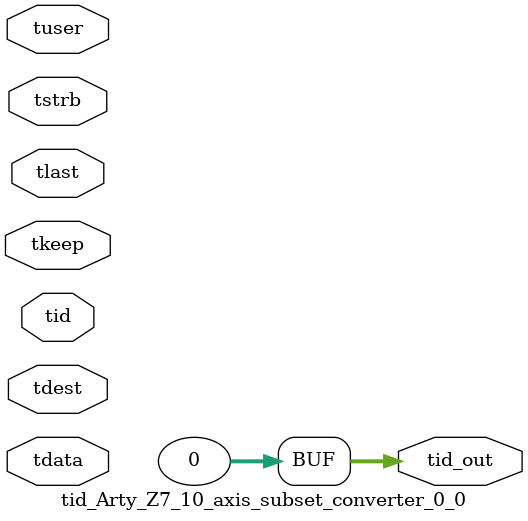
<source format=v>


`timescale 1ps/1ps

module tid_Arty_Z7_10_axis_subset_converter_0_0 #
(
parameter C_S_AXIS_TID_WIDTH   = 1,
parameter C_S_AXIS_TUSER_WIDTH = 0,
parameter C_S_AXIS_TDATA_WIDTH = 0,
parameter C_S_AXIS_TDEST_WIDTH = 0,
parameter C_M_AXIS_TID_WIDTH   = 32
)
(
input  [(C_S_AXIS_TID_WIDTH   == 0 ? 1 : C_S_AXIS_TID_WIDTH)-1:0       ] tid,
input  [(C_S_AXIS_TDATA_WIDTH == 0 ? 1 : C_S_AXIS_TDATA_WIDTH)-1:0     ] tdata,
input  [(C_S_AXIS_TUSER_WIDTH == 0 ? 1 : C_S_AXIS_TUSER_WIDTH)-1:0     ] tuser,
input  [(C_S_AXIS_TDEST_WIDTH == 0 ? 1 : C_S_AXIS_TDEST_WIDTH)-1:0     ] tdest,
input  [(C_S_AXIS_TDATA_WIDTH/8)-1:0 ] tkeep,
input  [(C_S_AXIS_TDATA_WIDTH/8)-1:0 ] tstrb,
input                                                                    tlast,
output [(C_M_AXIS_TID_WIDTH   == 0 ? 1 : C_M_AXIS_TID_WIDTH)-1:0       ] tid_out
);

assign tid_out = {1'b0};

endmodule


</source>
